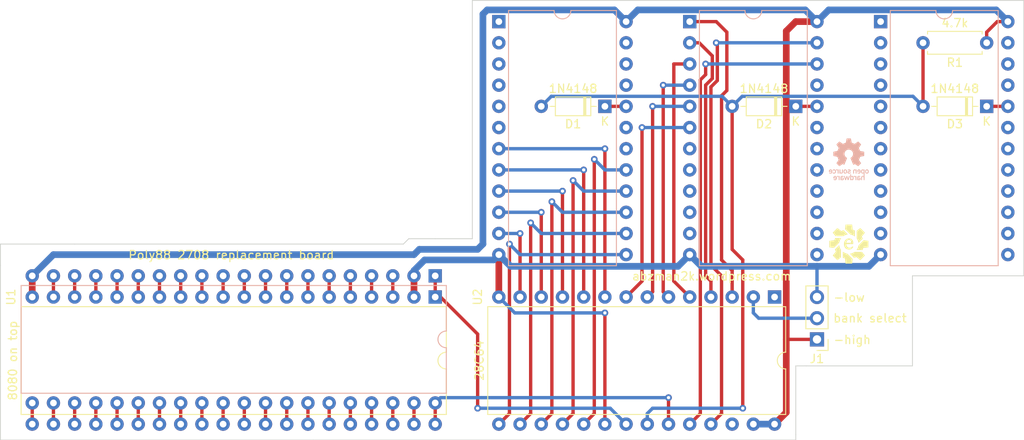
<source format=kicad_pcb>
(kicad_pcb (version 20221018) (generator pcbnew)
  (layers (0 "F.Cu" signal) (31 "B.Cu" signal) (34 "B.Paste" user) (35 "F.Paste" user) (36 "B.SilkS" user "B.Silkscreen") (37 "F.SilkS" user "F.Silkscreen") (38 "B.Mask" user) (39 "F.Mask" user) (44 "Edge.Cuts" user))
  (net 0 "")
  (net 1 "{slash}CS1")
  (net 2 "Net-(D1-A)")
  (net 3 "{slash}CS2")
  (net 4 "{slash}CS3")
  (net 5 "+5V")
  (net 6 "A12")
  (net 7 "GND")
  (net 8 "A10")
  (net 9 "Net-(U1-D4)")
  (net 10 "Net-(U1-D5)")
  (net 11 "Net-(U1-D6)")
  (net 12 "Net-(U1-D7)")
  (net 13 "Net-(U1-D3)")
  (net 14 "Net-(U1-D2)")
  (net 15 "Net-(U1-D1)")
  (net 16 "Net-(U1-D0)")
  (net 17 "-5V")
  (net 18 "RESET")
  (net 19 "HOLD")
  (net 20 "INT")
  (net 21 "PHI_2")
  (net 22 "Net-(U1-INTE)")
  (net 23 "Net-(U1-DBIN)")
  (net 24 "Net-(U1-~{WR})")
  (net 25 "Net-(U1-SYNC)")
  (net 26 "Net-(U1-HLDA)")
  (net 27 "PHI_1")
  (net 28 "READY")
  (net 29 "Net-(U1-WAIT)")
  (net 30 "Net-(U1-A0)")
  (net 31 "Net-(U1-A1)")
  (net 32 "Net-(U1-A2)")
  (net 33 "+12V")
  (net 34 "Net-(U1-A3)")
  (net 35 "Net-(U1-A4)")
  (net 36 "Net-(U1-A5)")
  (net 37 "Net-(U1-A6)")
  (net 38 "Net-(U1-A7)")
  (net 39 "Net-(U1-A8)")
  (net 40 "Net-(U1-A9)")
  (net 41 "Net-(U1-A15)")
  (net 42 "Net-(U1-A12)")
  (net 43 "Net-(U1-A13)")
  (net 44 "Net-(U1-A14)")
  (net 45 "A11")
  (net 70 "A7")
  (net 71 "A6")
  (net 72 "A5")
  (net 73 "A4")
  (net 74 "A3")
  (net 75 "A2")
  (net 76 "A1")
  (net 77 "A0")
  (net 78 "D0")
  (net 79 "D1")
  (net 80 "D2")
  (net 81 "D3")
  (net 82 "D4")
  (net 83 "D5")
  (net 84 "D6")
  (net 85 "D7")
  (net 89 "A9")
  (net 90 "A8")
  (footprint "Connector_PinHeader_2.54mm:PinHeader_1x03_P2.54mm_Vertical" (layer "F.Cu") (at 208.28 132.08 180)
    (fp_text reference "J1" (at 0 -2.33) (layer "F.SilkS"))
    (fp_text value "bank select" (at -6.35 2.54) (layer "F.SilkS"))
    (pad "1" thru_hole rect (at 0 0 180) (size 1.7 1.7) (drill 1) (layers "*.Cu" "*.Mask") (net 5 "+5V"))
    (pad "2" thru_hole oval (at 0 2.54 180) (size 1.7 1.7) (drill 1) (layers "*.Cu" "*.Mask") (net 6 "A12"))
    (pad "3" thru_hole oval (at 0 5.08 180) (size 1.7 1.7) (drill 1) (layers "*.Cu" "*.Mask") (net 7 "GND"))
  )
  (footprint "Package_DIP:DIP-40_W15.24mm" (layer "F.Cu") (at 162.56 124.46 -90)
    (fp_text reference "U6" hide)
    (fp_text value "8080 on bottom")
    (pad "1" thru_hole rect (at 0 0 270) (size 1.6 1.6) (drill 0.8) (layers "*.Cu" "*.Mask") (net 8 "A10"))
    (pad "2" thru_hole oval (at 0 2.54 270) (size 1.6 1.6) (drill 0.8) (layers "*.Cu" "*.Mask") (net 7 "GND"))
    (pad "3" thru_hole oval (at 0 5.08 270) (size 1.6 1.6) (drill 0.8) (layers "*.Cu" "*.Mask") (net 9 "Net-(U1-D4)"))
    (pad "4" thru_hole oval (at 0 7.62 270) (size 1.6 1.6) (drill 0.8) (layers "*.Cu" "*.Mask") (net 10 "Net-(U1-D5)"))
    (pad "5" thru_hole oval (at 0 10.16 270) (size 1.6 1.6) (drill 0.8) (layers "*.Cu" "*.Mask") (net 11 "Net-(U1-D6)"))
    (pad "6" thru_hole oval (at 0 12.7 270) (size 1.6 1.6) (drill 0.8) (layers "*.Cu" "*.Mask") (net 12 "Net-(U1-D7)"))
    (pad "7" thru_hole oval (at 0 15.24 270) (size 1.6 1.6) (drill 0.8) (layers "*.Cu" "*.Mask") (net 13 "Net-(U1-D3)"))
    (pad "8" thru_hole oval (at 0 17.78 270) (size 1.6 1.6) (drill 0.8) (layers "*.Cu" "*.Mask") (net 14 "Net-(U1-D2)"))
    (pad "9" thru_hole oval (at 0 20.32 270) (size 1.6 1.6) (drill 0.8) (layers "*.Cu" "*.Mask") (net 15 "Net-(U1-D1)"))
    (pad "10" thru_hole oval (at 0 22.86 270) (size 1.6 1.6) (drill 0.8) (layers "*.Cu" "*.Mask") (net 16 "Net-(U1-D0)"))
    (pad "11" thru_hole oval (at 0 25.4 270) (size 1.6 1.6) (drill 0.8) (layers "*.Cu" "*.Mask") (net 17 "-5V"))
    (pad "12" thru_hole oval (at 0 27.94 270) (size 1.6 1.6) (drill 0.8) (layers "*.Cu" "*.Mask") (net 18 "RESET"))
    (pad "13" thru_hole oval (at 0 30.48 270) (size 1.6 1.6) (drill 0.8) (layers "*.Cu" "*.Mask") (net 19 "HOLD"))
    (pad "14" thru_hole oval (at 0 33.02 270) (size 1.6 1.6) (drill 0.8) (layers "*.Cu" "*.Mask") (net 20 "INT"))
    (pad "15" thru_hole oval (at 0 35.56 270) (size 1.6 1.6) (drill 0.8) (layers "*.Cu" "*.Mask") (net 21 "PHI_2"))
    (pad "16" thru_hole oval (at 0 38.1 270) (size 1.6 1.6) (drill 0.8) (layers "*.Cu" "*.Mask") (net 22 "Net-(U1-INTE)"))
    (pad "17" thru_hole oval (at 0 40.64 270) (size 1.6 1.6) (drill 0.8) (layers "*.Cu" "*.Mask") (net 23 "Net-(U1-DBIN)"))
    (pad "18" thru_hole oval (at 0 43.18 270) (size 1.6 1.6) (drill 0.8) (layers "*.Cu" "*.Mask") (net 24 "Net-(U1-~{WR})"))
    (pad "19" thru_hole oval (at 0 45.72 270) (size 1.6 1.6) (drill 0.8) (layers "*.Cu" "*.Mask") (net 25 "Net-(U1-SYNC)"))
    (pad "20" thru_hole oval (at 0 48.26 270) (size 1.6 1.6) (drill 0.8) (layers "*.Cu" "*.Mask") (net 5 "+5V"))
    (pad "21" thru_hole oval (at 15.24 48.26 270) (size 1.6 1.6) (drill 0.8) (layers "*.Cu" "*.Mask") (net 26 "Net-(U1-HLDA)"))
    (pad "22" thru_hole oval (at 15.24 45.72 270) (size 1.6 1.6) (drill 0.8) (layers "*.Cu" "*.Mask") (net 27 "PHI_1"))
    (pad "23" thru_hole oval (at 15.24 43.18 270) (size 1.6 1.6) (drill 0.8) (layers "*.Cu" "*.Mask") (net 28 "READY"))
    (pad "24" thru_hole oval (at 15.24 40.64 270) (size 1.6 1.6) (drill 0.8) (layers "*.Cu" "*.Mask") (net 29 "Net-(U1-WAIT)"))
    (pad "25" thru_hole oval (at 15.24 38.1 270) (size 1.6 1.6) (drill 0.8) (layers "*.Cu" "*.Mask") (net 30 "Net-(U1-A0)"))
    (pad "26" thru_hole oval (at 15.24 35.56 270) (size 1.6 1.6) (drill 0.8) (layers "*.Cu" "*.Mask") (net 31 "Net-(U1-A1)"))
    (pad "27" thru_hole oval (at 15.24 33.02 270) (size 1.6 1.6) (drill 0.8) (layers "*.Cu" "*.Mask") (net 32 "Net-(U1-A2)"))
    (pad "28" thru_hole oval (at 15.24 30.48 270) (size 1.6 1.6) (drill 0.8) (layers "*.Cu" "*.Mask") (net 33 "+12V"))
    (pad "29" thru_hole oval (at 15.24 27.94 270) (size 1.6 1.6) (drill 0.8) (layers "*.Cu" "*.Mask") (net 34 "Net-(U1-A3)"))
    (pad "30" thru_hole oval (at 15.24 25.4 270) (size 1.6 1.6) (drill 0.8) (layers "*.Cu" "*.Mask") (net 35 "Net-(U1-A4)"))
    (pad "31" thru_hole oval (at 15.24 22.86 270) (size 1.6 1.6) (drill 0.8) (layers "*.Cu" "*.Mask") (net 36 "Net-(U1-A5)"))
    (pad "32" thru_hole oval (at 15.24 20.32 270) (size 1.6 1.6) (drill 0.8) (layers "*.Cu" "*.Mask") (net 37 "Net-(U1-A6)"))
    (pad "33" thru_hole oval (at 15.24 17.78 270) (size 1.6 1.6) (drill 0.8) (layers "*.Cu" "*.Mask") (net 38 "Net-(U1-A7)"))
    (pad "34" thru_hole oval (at 15.24 15.24 270) (size 1.6 1.6) (drill 0.8) (layers "*.Cu" "*.Mask") (net 39 "Net-(U1-A8)"))
    (pad "35" thru_hole oval (at 15.24 12.7 270) (size 1.6 1.6) (drill 0.8) (layers "*.Cu" "*.Mask") (net 40 "Net-(U1-A9)"))
    (pad "36" thru_hole oval (at 15.24 10.16 270) (size 1.6 1.6) (drill 0.8) (layers "*.Cu" "*.Mask") (net 41 "Net-(U1-A15)"))
    (pad "37" thru_hole oval (at 15.24 7.62 270) (size 1.6 1.6) (drill 0.8) (layers "*.Cu" "*.Mask") (net 42 "Net-(U1-A12)"))
    (pad "38" thru_hole oval (at 15.24 5.08 270) (size 1.6 1.6) (drill 0.8) (layers "*.Cu" "*.Mask") (net 43 "Net-(U1-A13)"))
    (pad "39" thru_hole oval (at 15.24 2.54 270) (size 1.6 1.6) (drill 0.8) (layers "*.Cu" "*.Mask") (net 44 "Net-(U1-A14)"))
    (pad "40" thru_hole oval (at 15.24 0 270) (size 1.6 1.6) (drill 0.8) (layers "*.Cu" "*.Mask") (net 45 "A11"))
  )
  (footprint "Package_DIP:DIP-24_W15.24mm" (layer "F.Cu") (at 193.04 93.98)
    (fp_text reference "U4" hide)
    (fp_text value "2708")
    (pad "1" thru_hole rect (at 0 0) (size 1.6 1.6) (drill 0.8) (layers "*.Cu" "*.Mask") (net 70 "A7"))
    (pad "2" thru_hole oval (at 0 2.54) (size 1.6 1.6) (drill 0.8) (layers "*.Cu" "*.Mask") (net 71 "A6"))
    (pad "3" thru_hole oval (at 0 5.08) (size 1.6 1.6) (drill 0.8) (layers "*.Cu" "*.Mask") (net 72 "A5"))
    (pad "4" thru_hole oval (at 0 7.62) (size 1.6 1.6) (drill 0.8) (layers "*.Cu" "*.Mask") (net 73 "A4"))
    (pad "5" thru_hole oval (at 0 10.16) (size 1.6 1.6) (drill 0.8) (layers "*.Cu" "*.Mask") (net 74 "A3"))
    (pad "6" thru_hole oval (at 0 12.7) (size 1.6 1.6) (drill 0.8) (layers "*.Cu" "*.Mask") (net 75 "A2"))
    (pad "7" thru_hole oval (at 0 15.24) (size 1.6 1.6) (drill 0.8) (layers "*.Cu" "*.Mask"))
    (pad "8" thru_hole oval (at 0 17.78) (size 1.6 1.6) (drill 0.8) (layers "*.Cu" "*.Mask"))
    (pad "9" thru_hole oval (at 0 20.32) (size 1.6 1.6) (drill 0.8) (layers "*.Cu" "*.Mask"))
    (pad "10" thru_hole oval (at 0 22.86) (size 1.6 1.6) (drill 0.8) (layers "*.Cu" "*.Mask"))
    (pad "11" thru_hole oval (at 0 25.4) (size 1.6 1.6) (drill 0.8) (layers "*.Cu" "*.Mask"))
    (pad "12" thru_hole oval (at 0 27.94) (size 1.6 1.6) (drill 0.8) (layers "*.Cu" "*.Mask") (net 7 "GND"))
    (pad "13" thru_hole oval (at 15.24 27.94) (size 1.6 1.6) (drill 0.8) (layers "*.Cu" "*.Mask"))
    (pad "14" thru_hole oval (at 15.24 25.4) (size 1.6 1.6) (drill 0.8) (layers "*.Cu" "*.Mask"))
    (pad "15" thru_hole oval (at 15.24 22.86) (size 1.6 1.6) (drill 0.8) (layers "*.Cu" "*.Mask"))
    (pad "16" thru_hole oval (at 15.24 20.32) (size 1.6 1.6) (drill 0.8) (layers "*.Cu" "*.Mask"))
    (pad "17" thru_hole oval (at 15.24 17.78) (size 1.6 1.6) (drill 0.8) (layers "*.Cu" "*.Mask"))
    (pad "18" thru_hole oval (at 15.24 15.24) (size 1.6 1.6) (drill 0.8) (layers "*.Cu" "*.Mask"))
    (pad "19" thru_hole oval (at 15.24 12.7) (size 1.6 1.6) (drill 0.8) (layers "*.Cu" "*.Mask"))
    (pad "20" thru_hole oval (at 15.24 10.16) (size 1.6 1.6) (drill 0.8) (layers "*.Cu" "*.Mask") (net 3 "{slash}CS2"))
    (pad "21" thru_hole oval (at 15.24 7.62) (size 1.6 1.6) (drill 0.8) (layers "*.Cu" "*.Mask"))
    (pad "22" thru_hole oval (at 15.24 5.08) (size 1.6 1.6) (drill 0.8) (layers "*.Cu" "*.Mask") (net 89 "A9"))
    (pad "23" thru_hole oval (at 15.24 2.54) (size 1.6 1.6) (drill 0.8) (layers "*.Cu" "*.Mask") (net 90 "A8"))
    (pad "24" thru_hole oval (at 15.24 0) (size 1.6 1.6) (drill 0.8) (layers "*.Cu" "*.Mask") (net 5 "+5V"))
  )
  (footprint "Diode_THT:D_DO-35_SOD27_P7.62mm_Horizontal" (layer "F.Cu") (at 228.6 104.14 180)
    (fp_text reference "D3" (at 3.81 -2.12) (layer "F.SilkS"))
    (fp_text value "1N4148" (at 3.81 2.12) (layer "F.SilkS"))
    (fp_text user "K" (at 0 -1.8) (layer "F.SilkS"))
    (pad "1" thru_hole rect (at 0 0 180) (size 1.6 1.6) (drill 0.8) (layers "*.Cu" "*.Mask") (net 4 "{slash}CS3"))
    (pad "2" thru_hole oval (at 7.62 0 180) (size 1.6 1.6) (drill 0.8) (layers "*.Cu" "*.Mask") (net 2 "Net-(D1-A)"))
  )
  (footprint "Package_DIP:DIP-24_W15.24mm" (layer "F.Cu") (at 170.18 93.98)
    (fp_text reference "U3" hide)
    (fp_text value "2708")
    (pad "1" thru_hole rect (at 0 0) (size 1.6 1.6) (drill 0.8) (layers "*.Cu" "*.Mask"))
    (pad "2" thru_hole oval (at 0 2.54) (size 1.6 1.6) (drill 0.8) (layers "*.Cu" "*.Mask"))
    (pad "3" thru_hole oval (at 0 5.08) (size 1.6 1.6) (drill 0.8) (layers "*.Cu" "*.Mask"))
    (pad "4" thru_hole oval (at 0 7.62) (size 1.6 1.6) (drill 0.8) (layers "*.Cu" "*.Mask"))
    (pad "5" thru_hole oval (at 0 10.16) (size 1.6 1.6) (drill 0.8) (layers "*.Cu" "*.Mask"))
    (pad "6" thru_hole oval (at 0 12.7) (size 1.6 1.6) (drill 0.8) (layers "*.Cu" "*.Mask"))
    (pad "7" thru_hole oval (at 0 15.24) (size 1.6 1.6) (drill 0.8) (layers "*.Cu" "*.Mask") (net 76 "A1"))
    (pad "8" thru_hole oval (at 0 17.78) (size 1.6 1.6) (drill 0.8) (layers "*.Cu" "*.Mask") (net 77 "A0"))
    (pad "9" thru_hole oval (at 0 20.32) (size 1.6 1.6) (drill 0.8) (layers "*.Cu" "*.Mask") (net 78 "D0"))
    (pad "10" thru_hole oval (at 0 22.86) (size 1.6 1.6) (drill 0.8) (layers "*.Cu" "*.Mask") (net 79 "D1"))
    (pad "11" thru_hole oval (at 0 25.4) (size 1.6 1.6) (drill 0.8) (layers "*.Cu" "*.Mask") (net 80 "D2"))
    (pad "12" thru_hole oval (at 0 27.94) (size 1.6 1.6) (drill 0.8) (layers "*.Cu" "*.Mask") (net 7 "GND"))
    (pad "13" thru_hole oval (at 15.24 27.94) (size 1.6 1.6) (drill 0.8) (layers "*.Cu" "*.Mask") (net 81 "D3"))
    (pad "14" thru_hole oval (at 15.24 25.4) (size 1.6 1.6) (drill 0.8) (layers "*.Cu" "*.Mask") (net 82 "D4"))
    (pad "15" thru_hole oval (at 15.24 22.86) (size 1.6 1.6) (drill 0.8) (layers "*.Cu" "*.Mask") (net 83 "D5"))
    (pad "16" thru_hole oval (at 15.24 20.32) (size 1.6 1.6) (drill 0.8) (layers "*.Cu" "*.Mask") (net 84 "D6"))
    (pad "17" thru_hole oval (at 15.24 17.78) (size 1.6 1.6) (drill 0.8) (layers "*.Cu" "*.Mask") (net 85 "D7"))
    (pad "18" thru_hole oval (at 15.24 15.24) (size 1.6 1.6) (drill 0.8) (layers "*.Cu" "*.Mask"))
    (pad "19" thru_hole oval (at 15.24 12.7) (size 1.6 1.6) (drill 0.8) (layers "*.Cu" "*.Mask"))
    (pad "20" thru_hole oval (at 15.24 10.16) (size 1.6 1.6) (drill 0.8) (layers "*.Cu" "*.Mask") (net 1 "{slash}CS1"))
    (pad "21" thru_hole oval (at 15.24 7.62) (size 1.6 1.6) (drill 0.8) (layers "*.Cu" "*.Mask"))
    (pad "22" thru_hole oval (at 15.24 5.08) (size 1.6 1.6) (drill 0.8) (layers "*.Cu" "*.Mask"))
    (pad "23" thru_hole oval (at 15.24 2.54) (size 1.6 1.6) (drill 0.8) (layers "*.Cu" "*.Mask"))
    (pad "24" thru_hole oval (at 15.24 0) (size 1.6 1.6) (drill 0.8) (layers "*.Cu" "*.Mask") (net 5 "+5V"))
  )
  (footprint "Package_DIP:DIP-28_W15.24mm" (layer "F.Cu") (at 203.2 127 -90)
    (fp_text reference "U2" (at 0 35.56 90) (layer "F.SilkS"))
    (fp_text value "28C64" (at 7.62 35.35 90) (layer "F.SilkS"))
    (pad "1" thru_hole rect (at 0 0 270) (size 1.6 1.6) (drill 0.8) (layers "*.Cu" "*.Mask"))
    (pad "2" thru_hole oval (at 0 2.54 270) (size 1.6 1.6) (drill 0.8) (layers "*.Cu" "*.Mask") (net 6 "A12"))
    (pad "3" thru_hole oval (at 0 5.08 270) (size 1.6 1.6) (drill 0.8) (layers "*.Cu" "*.Mask") (net 70 "A7"))
    (pad "4" thru_hole oval (at 0 7.62 270) (size 1.6 1.6) (drill 0.8) (layers "*.Cu" "*.Mask") (net 71 "A6"))
    (pad "5" thru_hole oval (at 0 10.16 270) (size 1.6 1.6) (drill 0.8) (layers "*.Cu" "*.Mask") (net 72 "A5"))
    (pad "6" thru_hole oval (at 0 12.7 270) (size 1.6 1.6) (drill 0.8) (layers "*.Cu" "*.Mask") (net 73 "A4"))
    (pad "7" thru_hole oval (at 0 15.24 270) (size 1.6 1.6) (drill 0.8) (layers "*.Cu" "*.Mask") (net 74 "A3"))
    (pad "8" thru_hole oval (at 0 17.78 270) (size 1.6 1.6) (drill 0.8) (layers "*.Cu" "*.Mask") (net 75 "A2"))
    (pad "9" thru_hole oval (at 0 20.32 270) (size 1.6 1.6) (drill 0.8) (layers "*.Cu" "*.Mask") (net 76 "A1"))
    (pad "10" thru_hole oval (at 0 22.86 270) (size 1.6 1.6) (drill 0.8) (layers "*.Cu" "*.Mask") (net 77 "A0"))
    (pad "11" thru_hole oval (at 0 25.4 270) (size 1.6 1.6) (drill 0.8) (layers "*.Cu" "*.Mask") (net 78 "D0"))
    (pad "12" thru_hole oval (at 0 27.94 270) (size 1.6 1.6) (drill 0.8) (layers "*.Cu" "*.Mask") (net 79 "D1"))
    (pad "13" thru_hole oval (at 0 30.48 270) (size 1.6 1.6) (drill 0.8) (layers "*.Cu" "*.Mask") (net 80 "D2"))
    (pad "14" thru_hole oval (at 0 33.02 270) (size 1.6 1.6) (drill 0.8) (layers "*.Cu" "*.Mask") (net 7 "GND"))
    (pad "15" thru_hole oval (at 15.24 33.02 270) (size 1.6 1.6) (drill 0.8) (layers "*.Cu" "*.Mask") (net 81 "D3"))
    (pad "16" thru_hole oval (at 15.24 30.48 270) (size 1.6 1.6) (drill 0.8) (layers "*.Cu" "*.Mask") (net 82 "D4"))
    (pad "17" thru_hole oval (at 15.24 27.94 270) (size 1.6 1.6) (drill 0.8) (layers "*.Cu" "*.Mask") (net 83 "D5"))
    (pad "18" thru_hole oval (at 15.24 25.4 270) (size 1.6 1.6) (drill 0.8) (layers "*.Cu" "*.Mask") (net 84 "D6"))
    (pad "19" thru_hole oval (at 15.24 22.86 270) (size 1.6 1.6) (drill 0.8) (layers "*.Cu" "*.Mask") (net 85 "D7"))
    (pad "20" thru_hole oval (at 15.24 20.32 270) (size 1.6 1.6) (drill 0.8) (layers "*.Cu" "*.Mask") (net 7 "GND"))
    (pad "21" thru_hole oval (at 15.24 17.78 270) (size 1.6 1.6) (drill 0.8) (layers "*.Cu" "*.Mask") (net 8 "A10"))
    (pad "22" thru_hole oval (at 15.24 15.24 270) (size 1.6 1.6) (drill 0.8) (layers "*.Cu" "*.Mask") (net 2 "Net-(D1-A)"))
    (pad "23" thru_hole oval (at 15.24 12.7 270) (size 1.6 1.6) (drill 0.8) (layers "*.Cu" "*.Mask") (net 45 "A11"))
    (pad "24" thru_hole oval (at 15.24 10.16 270) (size 1.6 1.6) (drill 0.8) (layers "*.Cu" "*.Mask") (net 89 "A9"))
    (pad "25" thru_hole oval (at 15.24 7.62 270) (size 1.6 1.6) (drill 0.8) (layers "*.Cu" "*.Mask") (net 90 "A8"))
    (pad "26" thru_hole oval (at 15.24 5.08 270) (size 1.6 1.6) (drill 0.8) (layers "*.Cu" "*.Mask"))
    (pad "27" thru_hole oval (at 15.24 2.54 270) (size 1.6 1.6) (drill 0.8) (layers "*.Cu" "*.Mask") (net 5 "+5V"))
    (pad "28" thru_hole oval (at 15.24 0 270) (size 1.6 1.6) (drill 0.8) (layers "*.Cu" "*.Mask") (net 5 "+5V"))
  )
  (footprint "Evan's parts:Evan Logo" (layer "F.Cu") (at 212.09 120.65)
    (fp_text reference "G***" hide)
    (fp_text value "LOGO" hide)
  )
  (footprint "Resistor_THT:R_Axial_DIN0207_L6.3mm_D2.5mm_P7.62mm_Horizontal" (layer "F.Cu") (at 228.6 96.52 180)
    (fp_text reference "R1" (at 3.81 -2.37) (layer "F.SilkS"))
    (fp_text value "4.7k" (at 3.81 2.37) (layer "F.SilkS"))
    (pad "1" thru_hole circle (at 0 0 180) (size 1.6 1.6) (drill 0.8) (layers "*.Cu" "*.Mask") (net 5 "+5V"))
    (pad "2" thru_hole oval (at 7.62 0 180) (size 1.6 1.6) (drill 0.8) (layers "*.Cu" "*.Mask") (net 2 "Net-(D1-A)"))
  )
  (footprint "Diode_THT:D_DO-35_SOD27_P7.62mm_Horizontal" (layer "F.Cu") (at 182.88 104.14 180)
    (fp_text reference "D1" (at 3.81 -2.12) (layer "F.SilkS"))
    (fp_text value "1N4148" (at 3.81 2.12) (layer "F.SilkS"))
    (fp_text user "K" (at 0 -1.8) (layer "F.SilkS"))
    (pad "1" thru_hole rect (at 0 0 180) (size 1.6 1.6) (drill 0.8) (layers "*.Cu" "*.Mask") (net 1 "{slash}CS1"))
    (pad "2" thru_hole oval (at 7.62 0 180) (size 1.6 1.6) (drill 0.8) (layers "*.Cu" "*.Mask") (net 2 "Net-(D1-A)"))
  )
  (footprint "Package_DIP:DIP-40_W15.24mm" (layer "F.Cu") (at 162.56 127 -90)
    (fp_text reference "U1" (at 0 50.8 90) (layer "F.SilkS"))
    (fp_text value "8080 on top" (at 7.62 50.59 90) (layer "F.SilkS"))
    (pad "1" thru_hole rect (at 0 0 270) (size 1.6 1.6) (drill 0.8) (layers "*.Cu" "*.Mask") (net 8 "A10"))
    (pad "2" thru_hole oval (at 0 2.54 270) (size 1.6 1.6) (drill 0.8) (layers "*.Cu" "*.Mask") (net 7 "GND"))
    (pad "3" thru_hole oval (at 0 5.08 270) (size 1.6 1.6) (drill 0.8) (layers "*.Cu" "*.Mask") (net 9 "Net-(U1-D4)"))
    (pad "4" thru_hole oval (at 0 7.62 270) (size 1.6 1.6) (drill 0.8) (layers "*.Cu" "*.Mask") (net 10 "Net-(U1-D5)"))
    (pad "5" thru_hole oval (at 0 10.16 270) (size 1.6 1.6) (drill 0.8) (layers "*.Cu" "*.Mask") (net 11 "Net-(U1-D6)"))
    (pad "6" thru_hole oval (at 0 12.7 270) (size 1.6 1.6) (drill 0.8) (layers "*.Cu" "*.Mask") (net 12 "Net-(U1-D7)"))
    (pad "7" thru_hole oval (at 0 15.24 270) (size 1.6 1.6) (drill 0.8) (layers "*.Cu" "*.Mask") (net 13 "Net-(U1-D3)"))
    (pad "8" thru_hole oval (at 0 17.78 270) (size 1.6 1.6) (drill 0.8) (layers "*.Cu" "*.Mask") (net 14 "Net-(U1-D2)"))
    (pad "9" thru_hole oval (at 0 20.32 270) (size 1.6 1.6) (drill 0.8) (layers "*.Cu" "*.Mask") (net 15 "Net-(U1-D1)"))
    (pad "10" thru_hole oval (at 0 22.86 270) (size 1.6 1.6) (drill 0.8) (layers "*.Cu" "*.Mask") (net 16 "Net-(U1-D0)"))
    (pad "11" thru_hole oval (at 0 25.4 270) (size 1.6 1.6) (drill 0.8) (layers "*.Cu" "*.Mask") (net 17 "-5V"))
    (pad "12" thru_hole oval (at 0 27.94 270) (size 1.6 1.6) (drill 0.8) (layers "*.Cu" "*.Mask") (net 18 "RESET"))
    (pad "13" thru_hole oval (at 0 30.48 270) (size 1.6 1.6) (drill 0.8) (layers "*.Cu" "*.Mask") (net 19 "HOLD"))
    (pad "14" thru_hole oval (at 0 33.02 270) (size 1.6 1.6) (drill 0.8) (layers "*.Cu" "*.Mask") (net 20 "INT"))
    (pad "15" thru_hole oval (at 0 35.56 270) (size 1.6 1.6) (drill 0.8) (layers "*.Cu" "*.Mask") (net 21 "PHI_2"))
    (pad "16" thru_hole oval (at 0 38.1 270) (size 1.6 1.6) (drill 0.8) (layers "*.Cu" "*.Mask") (net 22 "Net-(U1-INTE)"))
    (pad "17" thru_hole oval (at 0 40.64 270) (size 1.6 1.6) (drill 0.8) (layers "*.Cu" "*.Mask") (net 23 "Net-(U1-DBIN)"))
    (pad "18" thru_hole oval (at 0 43.18 270) (size 1.6 1.6) (drill 0.8) (layers "*.Cu" "*.Mask") (net 24 "Net-(U1-~{WR})"))
    (pad "19" thru_hole oval (at 0 45.72 270) (size 1.6 1.6) (drill 0.8) (layers "*.Cu" "*.Mask") (net 25 "Net-(U1-SYNC)"))
    (pad "20" thru_hole oval (at 0 48.26 270) (size 1.6 1.6) (drill 0.8) (layers "*.Cu" "*.Mask") (net 5 "+5V"))
    (pad "21" thru_hole oval (at 15.24 48.26 270) (size 1.6 1.6) (drill 0.8) (layers "*.Cu" "*.Mask") (net 26 "Net-(U1-HLDA)"))
    (pad "22" thru_hole oval (at 15.24 45.72 270) (size 1.6 1.6) (drill 0.8) (layers "*.Cu" "*.Mask") (net 27 "PHI_1"))
    (pad "23" thru_hole oval (at 15.24 43.18 270) (size 1.6 1.6) (drill 0.8) (layers "*.Cu" "*.Mask") (net 28 "READY"))
    (pad "24" thru_hole oval (at 15.24 40.64 270) (size 1.6 1.6) (drill 0.8) (layers "*.Cu" "*.Mask") (net 29 "Net-(U1-WAIT)"))
    (pad "25" thru_hole oval (at 15.24 38.1 270) (size 1.6 1.6) (drill 0.8) (layers "*.Cu" "*.Mask") (net 30 "Net-(U1-A0)"))
    (pad "26" thru_hole oval (at 15.24 35.56 270) (size 1.6 1.6) (drill 0.8) (layers "*.Cu" "*.Mask") (net 31 "Net-(U1-A1)"))
    (pad "27" thru_hole oval (at 15.24 33.02 270) (size 1.6 1.6) (drill 0.8) (layers "*.Cu" "*.Mask") (net 32 "Net-(U1-A2)"))
    (pad "28" thru_hole oval (at 15.24 30.48 270) (size 1.6 1.6) (drill 0.8) (layers "*.Cu" "*.Mask") (net 33 "+12V"))
    (pad "29" thru_hole oval (at 15.24 27.94 270) (size 1.6 1.6) (drill 0.8) (layers "*.Cu" "*.Mask") (net 34 "Net-(U1-A3)"))
    (pad "30" thru_hole oval (at 15.24 25.4 270) (size 1.6 1.6) (drill 0.8) (layers "*.Cu" "*.Mask") (net 35 "Net-(U1-A4)"))
    (pad "31" thru_hole oval (at 15.24 22.86 270) (size 1.6 1.6) (drill 0.8) (layers "*.Cu" "*.Mask") (net 36 "Net-(U1-A5)"))
    (pad "32" thru_hole oval (at 15.24 20.32 270) (size 1.6 1.6) (drill 0.8) (layers "*.Cu" "*.Mask") (net 37 "Net-(U1-A6)"))
    (pad "33" thru_hole oval (at 15.24 17.78 270) (size 1.6 1.6) (drill 0.8) (layers "*.Cu" "*.Mask") (net 38 "Net-(U1-A7)"))
    (pad "34" thru_hole oval (at 15.24 15.24 270) (size 1.6 1.6) (drill 0.8) (layers "*.Cu" "*.Mask") (net 39 "Net-(U1-A8)"))
    (pad "35" thru_hole oval (at 15.24 12.7 270) (size 1.6 1.6) (drill 0.8) (layers "*.Cu" "*.Mask") (net 40 "Net-(U1-A9)"))
    (pad "36" thru_hole oval (at 15.24 10.16 270) (size 1.6 1.6) (drill 0.8) (layers "*.Cu" "*.Mask") (net 41 "Net-(U1-A15)"))
    (pad "37" thru_hole oval (at 15.24 7.62 270) (size 1.6 1.6) (drill 0.8) (layers "*.Cu" "*.Mask") (net 42 "Net-(U1-A12)"))
    (pad "38" thru_hole oval (at 15.24 5.08 270) (size 1.6 1.6) (drill 0.8) (layers "*.Cu" "*.Mask") (net 43 "Net-(U1-A13)"))
    (pad "39" thru_hole oval (at 15.24 2.54 270) (size 1.6 1.6) (drill 0.8) (layers "*.Cu" "*.Mask") (net 44 "Net-(U1-A14)"))
    (pad "40" thru_hole oval (at 15.24 0 270) (size 1.6 1.6) (drill 0.8) (layers "*.Cu" "*.Mask") (net 45 "A11"))
  )
  (footprint "Diode_THT:D_DO-35_SOD27_P7.62mm_Horizontal" (layer "F.Cu") (at 205.74 104.14 180)
    (fp_text reference "D2" (at 3.81 -2.12) (layer "F.SilkS"))
    (fp_text value "1N4148" (at 3.81 2.12) (layer "F.SilkS"))
    (fp_text user "K" (at 0 -1.8) (layer "F.SilkS"))
    (pad "1" thru_hole rect (at 0 0 180) (size 1.6 1.6) (drill 0.8) (layers "*.Cu" "*.Mask") (net 3 "{slash}CS2"))
    (pad "2" thru_hole oval (at 7.62 0 180) (size 1.6 1.6) (drill 0.8) (layers "*.Cu" "*.Mask") (net 2 "Net-(D1-A)"))
  )
  (footprint "Package_DIP:DIP-24_W15.24mm" (layer "F.Cu") (at 215.9 93.98)
    (fp_text reference "U5" hide)
    (fp_text value "2708")
    (pad "1" thru_hole rect (at 0 0) (size 1.6 1.6) (drill 0.8) (layers "*.Cu" "*.Mask"))
    (pad "2" thru_hole oval (at 0 2.54) (size 1.6 1.6) (drill 0.8) (layers "*.Cu" "*.Mask"))
    (pad "3" thru_hole oval (at 0 5.08) (size 1.6 1.6) (drill 0.8) (layers "*.Cu" "*.Mask"))
    (pad "4" thru_hole oval (at 0 7.62) (size 1.6 1.6) (drill 0.8) (layers "*.Cu" "*.Mask"))
    (pad "5" thru_hole oval (at 0 10.16) (size 1.6 1.6) (drill 0.8) (layers "*.Cu" "*.Mask"))
    (pad "6" thru_hole oval (at 0 12.7) (size 1.6 1.6) (drill 0.8) (layers "*.Cu" "*.Mask"))
    (pad "7" thru_hole oval (at 0 15.24) (size 1.6 1.6) (drill 0.8) (layers "*.Cu" "*.Mask"))
    (pad "8" thru_hole oval (at 0 17.78) (size 1.6 1.6) (drill 0.8) (layers "*.Cu" "*.Mask"))
    (pad "9" thru_hole oval (at 0 20.32) (size 1.6 1.6) (drill 0.8) (layers "*.Cu" "*.Mask"))
    (pad "10" thru_hole oval (at 0 22.86) (size 1.6 1.6) (drill 0.8) (layers "*.Cu" "*.Mask"))
    (pad "11" thru_hole oval (at 0 25.4) (size 1.6 1.6) (drill 0.8) (layers "*.Cu" "*.Mask"))
    (pad "12" thru_hole oval (at 0 27.94) (size 1.6 1.6) (drill 0.8) (layers "*.Cu" "*.Mask") (net 7 "GND"))
    (pad "13" thru_hole oval (at 15.24 27.94) (size 1.6 1.6) (drill 0.8) (layers "*.Cu" "*.Mask"))
    (pad "14" thru_hole oval (at 15.24 25.4) (size 1.6 1.6) (drill 0.8) (layers "*.Cu" "*.Mask"))
    (pad "15" thru_hole oval (at 15.24 22.86) (size 1.6 1.6) (drill 0.8) (layers "*.Cu" "*.Mask"))
    (pad "16" thru_hole oval (at 15.24 20.32) (size 1.6 1.6) (drill 0.8) (layers "*.Cu" "*.Mask"))
    (pad "17" thru_hole oval (at 15.24 17.78) (size 1.6 1.6) (drill 0.8) (layers "*.Cu" "*.Mask"))
    (pad "18" thru_hole oval (at 15.24 15.24) (size 1.6 1.6) (drill 0.8) (layers "*.Cu" "*.Mask"))
    (pad "19" thru_hole oval (at 15.24 12.7) (size 1.6 1.6) (drill 0.8) (layers "*.Cu" "*.Mask"))
    (pad "20" thru_hole oval (at 15.24 10.16) (size 1.6 1.6) (drill 0.8) (layers "*.Cu" "*.Mask") (net 4 "{slash}CS3"))
    (pad "21" thru_hole oval (at 15.24 7.62) (size 1.6 1.6) (drill 0.8) (layers "*.Cu" "*.Mask"))
    (pad "22" thru_hole oval (at 15.24 5.08) (size 1.6 1.6) (drill 0.8) (layers "*.Cu" "*.Mask"))
    (pad "23" thru_hole oval (at 15.24 2.54) (size 1.6 1.6) (drill 0.8) (layers "*.Cu" "*.Mask"))
    (pad "24" thru_hole oval (at 15.24 0) (size 1.6 1.6) (drill 0.8) (layers "*.Cu" "*.Mask") (net 5 "+5V"))
  )
  (footprint "Evan's parts:OSHW gear" (layer "B.Cu") (at 212.09 110.49 180)
    (fp_text reference "G***" hide)
    (fp_text value "LOGO" hide)
  )
  (gr_line (start 110.49 136.525) (end 110.49 123.19) (stroke (width 0.1)) (layer "Edge.Cuts"))
  (gr_line (start 233.045 91.44) (end 167.005 91.44) (stroke (width 0.1)) (layer "Edge.Cuts"))
  (gr_line (start 110.49 144.145) (end 110.49 136.525) (stroke (width 0.1)) (layer "Edge.Cuts"))
  (gr_line (start 233.045 124.46) (end 219.71 124.46) (stroke (width 0.1)) (layer "Edge.Cuts"))
  (gr_line (start 147.955 144.145) (end 110.49 144.145) (stroke (width 0.1)) (layer "Edge.Cuts"))
  (gr_line (start 119.38 120.65) (end 158.75 120.65) (stroke (width 0.1)) (layer "Edge.Cuts"))
  (gr_line (start 207.01 135.255) (end 205.74 135.255) (stroke (width 0.1)) (layer "Edge.Cuts"))
  (gr_line (start 205.74 143.51) (end 205.74 144.145) (stroke (width 0.1)) (layer "Edge.Cuts"))
  (gr_line (start 110.49 120.65) (end 119.38 120.65) (stroke (width 0.1)) (layer "Edge.Cuts"))
  (gr_line (start 158.75 120.65) (end 159.385 120.015) (stroke (width 0.1)) (layer "Edge.Cuts"))
  (gr_line (start 233.045 91.44) (end 233.045 124.46) (stroke (width 0.1)) (layer "Edge.Cuts"))
  (gr_line (start 159.385 120.015) (end 162.56 120.015) (stroke (width 0.1)) (layer "Edge.Cuts"))
  (gr_line (start 219.71 135.255) (end 207.01 135.255) (stroke (width 0.1)) (layer "Edge.Cuts"))
  (gr_line (start 110.49 123.19) (end 110.49 120.65) (stroke (width 0.1)) (layer "Edge.Cuts"))
  (gr_line (start 205.74 135.255) (end 205.74 143.51) (stroke (width 0.1)) (layer "Edge.Cuts"))
  (gr_line (start 162.56 120.015) (end 167.005 120.015) (stroke (width 0.1)) (layer "Edge.Cuts"))
  (gr_line (start 205.74 144.145) (end 198.755 144.145) (stroke (width 0.1)) (layer "Edge.Cuts"))
  (gr_line (start 167.005 120.015) (end 167.005 91.44) (stroke (width 0.1)) (layer "Edge.Cuts"))
  (gr_line (start 198.755 144.145) (end 147.955 144.145) (stroke (width 0.1)) (layer "Edge.Cuts"))
  (gr_line (start 219.71 124.46) (end 219.71 135.255) (stroke (width 0.1)) (layer "Edge.Cuts"))
  (gr_text "Poly88 2708 replacement board" (at 125.73 122.555) (layer "F.SilkS") (effects (font (size 1 1)) (justify left bottom)))
  (gr_text "-high" (at 210.185 132.715) (layer "F.SilkS") (effects (font (size 1 1)) (justify left bottom)))
  (gr_text "abzman2k.wordpress.com" (at 186.055 125.095) (layer "F.SilkS") (effects (font (size 1 1)) (justify left bottom)))
  (gr_text "-low" (at 210.185 127.635) (layer "F.SilkS") (effects (font (size 1 1)) (justify left bottom)))
  (segment (start 185.42 104.14) (end 182.88 104.14) (width 0.4) (layer "F.Cu") (net 1))
  (segment (start 199.39 122.555) (end 199.39 140.335) (width 0.4) (layer "F.Cu") (net 2))
  (segment (start 220.98 104.14) (end 220.98 96.52) (width 0.4) (layer "F.Cu") (net 2))
  (segment (start 198.12 121.285) (end 199.39 122.555) (width 0.4) (layer "F.Cu") (net 2))
  (segment (start 198.12 104.14) (end 198.12 121.285) (width 0.4) (layer "F.Cu") (net 2))
  (via (at 199.39 140.335) (size 0.8) (drill 0.4) (layers "F.Cu" "B.Cu") (net 2))
  (segment (start 198.12 104.14) (end 199.32 102.94) (width 0.4) (layer "B.Cu") (net 2))
  (segment (start 176.46 102.94) (end 196.92 102.94) (width 0.4) (layer "B.Cu") (net 2))
  (segment (start 187.96 140.97) (end 187.96 142.24) (width 0.4) (layer "B.Cu") (net 2))
  (segment (start 199.39 140.335) (end 188.595 140.335) (width 0.4) (layer "B.Cu") (net 2))
  (segment (start 199.32 102.94) (end 219.78 102.94) (width 0.4) (layer "B.Cu") (net 2))
  (segment (start 196.92 102.94) (end 198.12 104.14) (width 0.4) (layer "B.Cu") (net 2))
  (segment (start 188.595 140.335) (end 187.96 140.97) (width 0.4) (layer "B.Cu") (net 2))
  (segment (start 219.78 102.94) (end 220.98 104.14) (width 0.4) (layer "B.Cu") (net 2))
  (segment (start 175.26 104.14) (end 176.46 102.94) (width 0.4) (layer "B.Cu") (net 2))
  (segment (start 208.28 104.14) (end 205.74 104.14) (width 0.4) (layer "F.Cu") (net 3))
  (segment (start 231.14 104.14) (end 228.6 104.14) (width 0.4) (layer "F.Cu") (net 4))
  (segment (start 204.6 140.84) (end 204.6 132.08) (width 0.8) (layer "F.Cu") (net 5))
  (segment (start 229.87 93.98) (end 231.14 93.98) (width 0.4) (layer "F.Cu") (net 5))
  (segment (start 114.3 124.46) (end 114.3 127) (width 0.8) (layer "F.Cu") (net 5))
  (segment (start 228.6 96.52) (end 228.6 95.25) (width 0.4) (layer "F.Cu") (net 5))
  (segment (start 208.28 132.08) (end 204.6 132.08) (width 0.4) (layer "F.Cu") (net 5))
  (segment (start 205.74 93.98) (end 208.28 93.98) (width 0.8) (layer "F.Cu") (net 5))
  (segment (start 204.6 95.12) (end 205.74 93.98) (width 0.8) (layer "F.Cu") (net 5))
  (segment (start 204.6 132.08) (end 204.6 95.12) (width 0.8) (layer "F.Cu") (net 5))
  (segment (start 228.6 95.25) (end 229.87 93.98) (width 0.4) (layer "F.Cu") (net 5))
  (segment (start 203.2 142.24) (end 204.6 140.84) (width 0.8) (layer "F.Cu") (net 5))
  (segment (start 203.2 142.24) (end 200.66 142.24) (width 0.8) (layer "B.Cu") (net 5))
  (segment (start 206.88 92.58) (end 186.82 92.58) (width 0.8) (layer "B.Cu") (net 5))
  (segment (start 114.3 124.46) (end 116.84 121.92) (width 0.8) (layer "B.Cu") (net 5))
  (segment (start 168.275 93.085) (end 168.78 92.58) (width 0.8) (layer "B.Cu") (net 5))
  (segment (start 168.275 120.65) (end 168.275 93.085) (width 0.8) (layer "B.Cu") (net 5))
  (segment (start 229.74 92.58) (end 209.68 92.58) (width 0.8) (layer "B.Cu") (net 5))
  (segment (start 208.28 93.98) (end 206.88 92.58) (width 0.8) (layer "B.Cu") (net 5))
  (segment (start 116.84 121.92) (end 160.02 121.92) (width 0.8) (layer "B.Cu") (net 5))
  (segment (start 168.78 92.58) (end 184.02 92.58) (width 0.8) (layer "B.Cu") (net 5))
  (segment (start 184.02 92.58) (end 185.42 93.98) (width 0.8) (layer "B.Cu") (net 5))
  (segment (start 231.14 93.98) (end 229.74 92.58) (width 0.8) (layer "B.Cu") (net 5))
  (segment (start 186.82 92.58) (end 185.42 93.98) (width 0.8) (layer "B.Cu") (net 5))
  (segment (start 160.655 121.285) (end 167.64 121.285) (width 0.8) (layer "B.Cu") (net 5))
  (segment (start 167.64 121.285) (end 168.275 120.65) (width 0.8) (layer "B.Cu") (net 5))
  (segment (start 160.02 121.92) (end 160.655 121.285) (width 0.8) (layer "B.Cu") (net 5))
  (segment (start 209.68 92.58) (end 208.28 93.98) (width 0.8) (layer "B.Cu") (net 5))
  (segment (start 208.28 129.54) (end 201.295 129.54) (width 0.4) (layer "B.Cu") (net 6))
  (segment (start 201.295 129.54) (end 200.66 128.905) (width 0.4) (layer "B.Cu") (net 6))
  (segment (start 200.66 128.905) (end 200.66 127) (width 0.4) (layer "B.Cu") (net 6))
  (segment (start 182.88 128.905) (end 182.88 142.24) (width 0.4) (layer "F.Cu") (net 7))
  (segment (start 170.18 127) (end 170.18 121.92) (width 0.8) (layer "F.Cu") (net 7))
  (segment (start 160.02 124.46) (end 160.02 127) (width 0.8) (layer "F.Cu") (net 7))
  (via (at 182.88 128.905) (size 0.8) (drill 0.4) (layers "F.Cu" "B.Cu") (net 7))
  (segment (start 215.9 121.92) (end 214.5 123.32) (width 0.8) (layer "B.Cu") (net 7))
  (segment (start 214.5 123.32) (end 208.28 123.32) (width 0.8) (layer "B.Cu") (net 7))
  (segment (start 191.64 123.32) (end 171.58 123.32) (width 0.8) (layer "B.Cu") (net 7))
  (segment (start 170.18 121.92) (end 169.545 122.555) (width 0.8) (layer "B.Cu") (net 7))
  (segment (start 169.545 122.555) (end 161.29 122.555) (width 0.8) (layer "B.Cu") (net 7))
  (segment (start 208.28 123.32) (end 194.44 123.32) (width 0.8) (layer "B.Cu") (net 7))
  (segment (start 194.44 123.32) (end 193.04 121.92) (width 0.8) (layer "B.Cu") (net 7))
  (segment (start 172.085 128.905) (end 182.88 128.905) (width 0.4) (layer "B.Cu") (net 7))
  (segment (start 160.02 123.825) (end 160.02 124.46) (width 0.8) (layer "B.Cu") (net 7))
  (segment (start 161.29 122.555) (end 160.02 123.825) (width 0.8) (layer "B.Cu") (net 7))
  (segment (start 171.58 123.32) (end 170.18 121.92) (width 0.8) (layer "B.Cu") (net 7))
  (segment (start 193.04 121.92) (end 191.64 123.32) (width 0.8) (layer "B.Cu") (net 7))
  (segment (start 208.28 127) (end 208.28 123.32) (width 0.4) (layer "B.Cu") (net 7))
  (segment (start 170.18 127) (end 172.085 128.905) (width 0.4) (layer "B.Cu") (net 7))
  (segment (start 162.56 124.46) (end 162.56 127) (width 0.4) (layer "F.Cu") (net 8))
  (segment (start 167.64 131.445) (end 163.195 127) (width 0.4) (layer "F.Cu") (net 8))
  (segment (start 167.64 140.335) (end 167.64 131.445) (width 0.4) (layer "F.Cu") (net 8))
  (segment (start 163.195 127) (end 162.56 127) (width 0.4) (layer "F.Cu") (net 8))
  (via (at 167.64 140.335) (size 0.8) (drill 0.4) (layers "F.Cu" "B.Cu") (net 8))
  (segment (start 185.42 142.24) (end 183.515 140.335) (width 0.4) (layer "B.Cu") (net 8))
  (segment (start 183.515 140.335) (end 167.64 140.335) (width 0.4) (layer "B.Cu") (net 8))
  (segment (start 157.48 124.46) (end 157.48 127) (width 0.4) (layer "F.Cu") (net 9))
  (segment (start 154.94 124.46) (end 154.94 127) (width 0.4) (layer "F.Cu") (net 10))
  (segment (start 152.4 124.46) (end 152.4 127) (width 0.4) (layer "F.Cu") (net 11))
  (segment (start 149.86 124.46) (end 149.86 127) (width 0.4) (layer "F.Cu") (net 12))
  (segment (start 147.32 124.46) (end 147.32 127) (width 0.4) (layer "F.Cu") (net 13))
  (segment (start 144.78 124.46) (end 144.78 127) (width 0.4) (layer "F.Cu") (net 14))
  (segment (start 142.24 124.46) (end 142.24 127) (width 0.4) (layer "F.Cu") (net 15))
  (segment (start 139.7 124.46) (end 139.7 127) (width 0.4) (layer "F.Cu") (net 16))
  (segment (start 137.16 124.46) (end 137.16 127) (width 0.4) (layer "F.Cu") (net 17))
  (segment (start 134.62 124.46) (end 134.62 127) (width 0.4) (layer "F.Cu") (net 18))
  (segment (start 132.08 124.46) (end 132.08 127) (width 0.4) (layer "F.Cu") (net 19))
  (segment (start 129.54 124.46) (end 129.54 127) (width 0.4) (layer "F.Cu") (net 20))
  (segment (start 127 124.46) (end 127 127) (width 0.4) (layer "F.Cu") (net 21))
  (segment (start 124.46 124.46) (end 124.46 127) (width 0.4) (layer "F.Cu") (net 22))
  (segment (start 121.92 124.46) (end 121.92 127) (width 0.4) (layer "F.Cu") (net 23))
  (segment (start 119.38 124.46) (end 119.38 127) (width 0.4) (layer "F.Cu") (net 24))
  (segment (start 116.84 124.46) (end 116.84 127) (width 0.4) (layer "F.Cu") (net 25))
  (segment (start 114.3 139.7) (end 114.3 142.24) (width 0.4) (layer "F.Cu") (net 26))
  (segment (start 116.84 139.7) (end 116.84 142.24) (width 0.4) (layer "F.Cu") (net 27))
  (segment (start 119.38 139.7) (end 119.38 142.24) (width 0.4) (layer "F.Cu") (net 28))
  (segment (start 121.92 139.7) (end 121.92 142.24) (width 0.4) (layer "F.Cu") (net 29))
  (segment (start 124.46 139.7) (end 124.46 142.24) (width 0.4) (layer "F.Cu") (net 30))
  (segment (start 127 139.7) (end 127 142.24) (width 0.4) (layer "F.Cu") (net 31))
  (segment (start 129.54 139.7) (end 129.54 142.24) (width 0.4) (layer "F.Cu") (net 32))
  (segment (start 132.08 139.7) (end 132.08 142.24) (width 0.4) (layer "F.Cu") (net 33))
  (segment (start 134.62 139.7) (end 134.62 142.24) (width 0.4) (layer "F.Cu") (net 34))
  (segment (start 137.16 139.7) (end 137.16 142.24) (width 0.4) (layer "F.Cu") (net 35))
  (segment (start 139.7 139.7) (end 139.7 142.24) (width 0.4) (layer "F.Cu") (net 36))
  (segment (start 142.24 139.7) (end 142.24 142.24) (width 0.4) (layer "F.Cu") (net 37))
  (segment (start 144.78 139.7) (end 144.78 142.24) (width 0.4) (layer "F.Cu") (net 38))
  (segment (start 147.32 139.7) (end 147.32 142.24) (width 0.4) (layer "F.Cu") (net 39))
  (segment (start 149.86 139.7) (end 149.86 142.24) (width 0.4) (layer "F.Cu") (net 40))
  (segment (start 152.4 139.7) (end 152.4 142.24) (width 0.4) (layer "F.Cu") (net 41))
  (segment (start 154.94 139.7) (end 154.94 142.24) (width 0.4) (layer "F.Cu") (net 42))
  (segment (start 157.48 139.7) (end 157.48 142.24) (width 0.4) (layer "F.Cu") (net 43))
  (segment (start 160.02 139.7) (end 160.02 142.24) (width 0.4) (layer "F.Cu") (net 44))
  (segment (start 190.5 142.24) (end 190.5 139.065) (width 0.4) (layer "F.Cu") (net 45))
  (segment (start 162.56 139.7) (end 162.56 142.24) (width 0.4) (layer "F.Cu") (net 45))
  (via (at 190.5 139.065) (size 0.8) (drill 0.4) (layers "F.Cu" "B.Cu") (net 45))
  (segment (start 190.5 139.065) (end 163.195 139.065) (width 0.4) (layer "B.Cu") (net 45))
  (segment (start 163.195 139.065) (end 162.56 139.7) (width 0.4) (layer "B.Cu") (net 45))
  (segment (start 198.12 123.825) (end 196.85 122.555) (width 0.4) (layer "F.Cu") (net 70))
  (segment (start 197.485 95.25) (end 196.215 93.98) (width 0.4) (layer "F.Cu") (net 70))
  (segment (start 196.215 93.98) (end 193.04 93.98) (width 0.4) (layer "F.Cu") (net 70))
  (segment (start 198.12 127) (end 198.12 123.825) (width 0.4) (layer "F.Cu") (net 70))
  (segment (start 196.85 122.555) (end 196.85 102.87) (width 0.4) (layer "F.Cu") (net 70))
  (segment (start 196.85 102.87) (end 197.485 102.235) (width 0.4) (layer "F.Cu") (net 70))
  (segment (start 197.485 102.235) (end 197.485 95.25) (width 0.4) (layer "F.Cu") (net 70))
  (segment (start 195.58 127) (end 195.58 125.095) (width 0.4) (layer "F.Cu") (net 71))
  (segment (start 194.945 101.6) (end 194.945 124.46) (width 0.4) (layer "F.Cu") (net 71))
  (segment (start 195.745 98.09363) (end 195.745 100.8) (width 0.4) (layer "F.Cu") (net 71))
  (segment (start 194.17137 96.52) (end 195.745 98.09363) (width 0.4) (layer "F.Cu") (net 71))
  (segment (start 195.745 100.8) (end 194.945 101.6) (width 0.4) (layer "F.Cu") (net 71))
  (segment (start 193.04 96.52) (end 194.17137 96.52) (width 0.4) (layer "F.Cu") (net 71))
  (segment (start 195.58 125.095) (end 194.945 124.46) (width 0.4) (layer "F.Cu") (net 71))
  (segment (start 191.135 125.095) (end 191.135 99.06) (width 0.4) (layer "F.Cu") (net 72))
  (segment (start 191.135 99.06) (end 193.04 99.06) (width 0.4) (layer "F.Cu") (net 72))
  (segment (start 193.04 127) (end 191.135 125.095) (width 0.4) (layer "F.Cu") (net 72))
  (segment (start 189.865 126.365) (end 189.865 101.6) (width 0.4) (layer "F.Cu") (net 73))
  (segment (start 190.5 127) (end 189.865 126.365) (width 0.4) (layer "F.Cu") (net 73))
  (via (at 189.865 101.6) (size 0.8) (drill 0.4) (layers "F.Cu" "B.Cu") (net 73))
  (segment (start 189.865 101.6) (end 193.04 101.6) (width 0.4) (layer "B.Cu") (net 73))
  (segment (start 187.96 127) (end 188.595 126.365) (width 0.4) (layer "F.Cu") (net 74))
  (segment (start 188.595 126.365) (end 188.595 104.14) (width 0.4) (layer "F.Cu") (net 74))
  (via (at 188.595 104.14) (size 0.8) (drill 0.4) (layers "F.Cu" "B.Cu") (net 74))
  (segment (start 188.595 104.14) (end 193.04 104.14) (width 0.4) (layer "B.Cu") (net 74))
  (segment (start 185.42 127) (end 187.325 125.095) (width 0.4) (layer "F.Cu") (net 75))
  (segment (start 187.325 125.095) (end 187.325 106.68) (width 0.4) (layer "F.Cu") (net 75))
  (via (at 187.325 106.68) (size 0.8) (drill 0.4) (layers "F.Cu" "B.Cu") (net 75))
  (segment (start 187.325 106.68) (end 193.04 106.68) (width 0.4) (layer "B.Cu") (net 75))
  (segment (start 182.88 127) (end 182.88 109.22) (width 0.4) (layer "F.Cu") (net 76))
  (via (at 182.88 109.22) (size 0.8) (drill 0.4) (layers "F.Cu" "B.Cu") (net 76))
  (segment (start 182.88 109.22) (end 170.18 109.22) (width 0.4) (layer "B.Cu") (net 76))
  (segment (start 180.34 127) (end 180.34 111.76) (width 0.4) (layer "F.Cu") (net 77))
  (via (at 180.34 111.76) (size 0.8) (drill 0.4) (layers "F.Cu" "B.Cu") (net 77))
  (segment (start 180.34 111.76) (end 170.18 111.76) (width 0.4) (layer "B.Cu") (net 77))
  (segment (start 177.8 127) (end 177.8 114.3) (width 0.4) (layer "F.Cu") (net 78))
  (via (at 177.8 114.3) (size 0.8) (drill 0.4) (layers "F.Cu" "B.Cu") (net 78))
  (segment (start 177.8 114.3) (end 170.18 114.3) (width 0.4) (layer "B.Cu") (net 78))
  (segment (start 175.26 127) (end 175.26 116.84) (width 0.4) (layer "F.Cu") (net 79))
  (via (at 175.26 116.84) (size 0.8) (drill 0.4) (layers "F.Cu" "B.Cu") (net 79))
  (segment (start 175.26 116.84) (end 170.18 116.84) (width 0.4) (layer "B.Cu") (net 79))
  (segment (start 172.72 127) (end 172.72 119.38) (width 0.4) (layer "F.Cu") (net 80))
  (via (at 172.72 119.38) (size 0.8) (drill 0.4) (layers "F.Cu" "B.Cu") (net 80))
  (segment (start 172.72 119.38) (end 170.18 119.38) (width 0.4) (layer "B.Cu") (net 80))
  (segment (start 170.18 142.24) (end 171.45 140.97) (width 0.4) (layer "F.Cu") (net 81))
  (segment (start 171.45 140.97) (end 171.45 120.65) (width 0.4) (layer "F.Cu") (net 81))
  (via (at 171.45 120.65) (size 0.8) (drill 0.4) (layers "F.Cu" "B.Cu") (net 81))
  (segment (start 172.72 121.92) (end 171.45 120.65) (width 0.4) (layer "B.Cu") (net 81))
  (segment (start 185.42 121.92) (end 172.72 121.92) (width 0.4) (layer "B.Cu") (net 81))
  (segment (start 173.99 140.97) (end 173.99 118.11) (width 0.4) (layer "F.Cu") (net 82))
  (segment (start 172.72 142.24) (end 173.99 140.97) (width 0.4) (layer "F.Cu") (net 82))
  (via (at 173.99 118.11) (size 0.8) (drill 0.4) (layers "F.Cu" "B.Cu") (net 82))
  (segment (start 185.42 119.38) (end 175.26 119.38) (width 0.4) (layer "B.Cu") (net 82))
  (segment (start 175.26 119.38) (end 173.99 118.11) (width 0.4) (layer "B.Cu") (net 82))
  (segment (start 176.53 140.97) (end 176.53 115.57) (width 0.4) (layer "F.Cu") (net 83))
  (segment (start 175.26 142.24) (end 176.53 140.97) (width 0.4) (layer "F.Cu") (net 83))
  (via (at 176.53 115.57) (size 0.8) (drill 0.4) (layers "F.Cu" "B.Cu") (net 83))
  (segment (start 185.42 116.84) (end 177.8 116.84) (width 0.4) (layer "B.Cu") (net 83))
  (segment (start 177.8 116.84) (end 176.53 115.57) (width 0.4) (layer "B.Cu") (net 83))
  (segment (start 177.8 142.24) (end 179.07 140.97) (width 0.4) (layer "F.Cu") (net 84))
  (segment (start 179.07 140.97) (end 179.07 113.03) (width 0.4) (layer "F.Cu") (net 84))
  (via (at 179.07 113.03) (size 0.8) (drill 0.4) (layers "F.Cu" "B.Cu") (net 84))
  (segment (start 185.42 114.3) (end 180.34 114.3) (width 0.4) (layer "B.Cu") (net 84))
  (segment (start 180.34 114.3) (end 179.07 113.03) (width 0.4) (layer "B.Cu") (net 84))
  (segment (start 181.61 140.97) (end 180.34 142.24) (width 0.4) (layer "F.Cu") (net 85))
  (segment (start 181.61 110.49) (end 181.61 140.97) (width 0.4) (layer "F.Cu") (net 85))
  (via (at 181.61 110.49) (size 0.8) (drill 0.4) (layers "F.Cu" "B.Cu") (net 85))
  (segment (start 182.88 111.76) (end 181.61 110.49) (width 0.4) (layer "B.Cu") (net 85))
  (segment (start 185.42 111.76) (end 182.88 111.76) (width 0.4) (layer "B.Cu") (net 85))
  (segment (start 194.31 140.97) (end 193.04 142.24) (width 0.4) (layer "F.Cu") (net 89))
  (segment (start 194.945 100.33) (end 194.31 100.965) (width 0.4) (layer "F.Cu") (net 89))
  (segment (start 194.31 100.965) (end 194.31 140.97) (width 0.4) (layer "F.Cu") (net 89))
  (segment (start 194.945 99.06) (end 194.945 100.33) (width 0.4) (layer "F.Cu") (net 89))
  (via (at 194.945 99.06) (size 0.8) (drill 0.4) (layers "F.Cu" "B.Cu") (net 89))
  (segment (start 194.945 99.06) (end 208.28 99.06) (width 0.4) (layer "B.Cu") (net 89))
  (segment (start 195.58 101.813528) (end 196.345 101.048528) (width 0.4) (layer "F.Cu") (net 90))
  (segment (start 196.85 124.46) (end 195.58 123.19) (width 0.4) (layer "F.Cu") (net 90))
  (segment (start 195.58 142.24) (end 196.85 140.97) (width 0.4) (layer "F.Cu") (net 90))
  (segment (start 195.58 123.19) (end 195.58 101.813528) (width 0.4) (layer "F.Cu") (net 90))
  (segment (start 196.345 96.65) (end 196.215 96.52) (width 0.4) (layer "F.Cu") (net 90))
  (segment (start 196.345 101.048528) (end 196.345 96.65) (width 0.4) (layer "F.Cu") (net 90))
  (segment (start 196.85 140.97) (end 196.85 124.46) (width 0.4) (layer "F.Cu") (net 90))
  (via (at 196.215 96.52) (size 0.8) (drill 0.4) (layers "F.Cu" "B.Cu") (net 90))
  (segment (start 208.28 96.52) (end 196.215 96.52) (width 0.4) (layer "B.Cu") (net 90))
)
</source>
